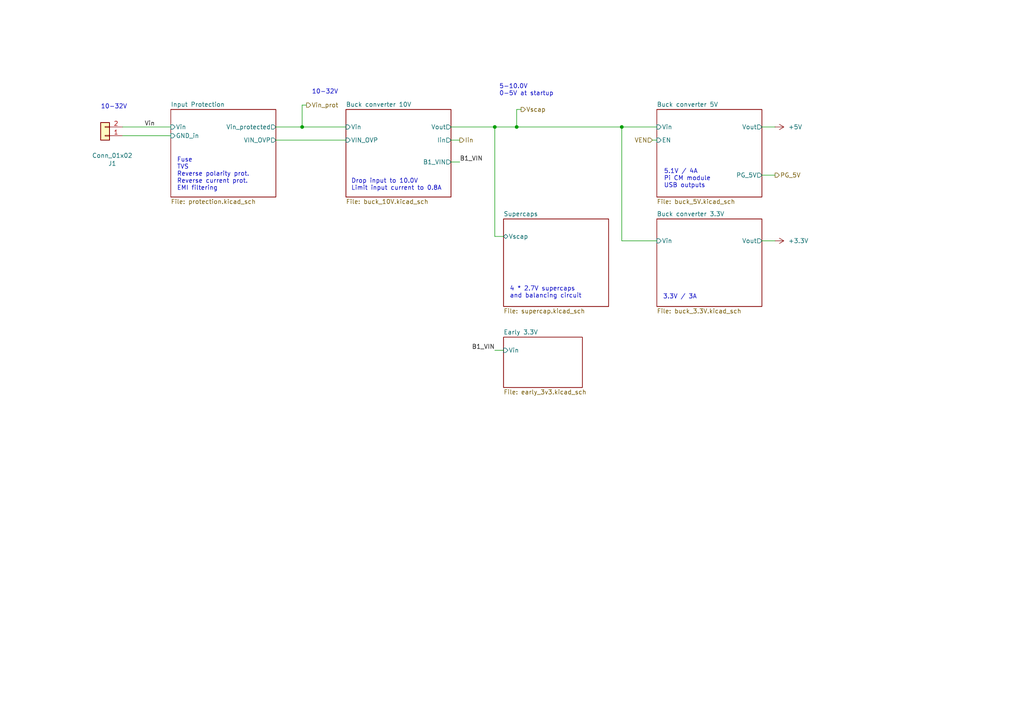
<source format=kicad_sch>
(kicad_sch (version 20250114) (generator "eeschema") (generator_version "9.0")
  (paper "A4")
  (title_block (title "HALPI2") (date "2025-03-27") (rev "v0.2.0") (company "Hat Labs Oy") (comment 1 "https://ohwr.org/cern_ohl_s_v2.pdf") (comment 2 "To view a copy of this license, visit ") (comment 3 "HALPI2 is licensed under CERN-OHL-S v2."))
  (lib_symbols
    (symbol "Connector_Generic:Conn_01x02" (pin_names (offset 1.016) (hide yes))
      (property "Reference" "J" (at 0 2.54 0))
      (property "Value" "Conn_01x02" (at 0 -5.08 0))
      (symbol "Conn_01x02_1_1"
        (rectangle (start -1.27 1.27) (end 1.27 -3.81) (stroke (width 0.254)) (fill (type background)))
        (rectangle (start -1.27 0.127) (end 0 -0.127) (stroke (width 0.1524)))
        (rectangle (start -1.27 -2.413) (end 0 -2.667) (stroke (width 0.1524)))
        (pin passive line (at -5.08 0 0) (length 3.81) (name "Pin_1") (number "1"))
        (pin passive line (at -5.08 -2.54 0) (length 3.81) (name "Pin_2") (number "2"))
      )
    )
    (symbol "power:+3.3V" (power) (pin_numbers (hide yes)) (pin_names (offset 0) (hide yes))
      (property "Value" "+3.3V" (at 0 3.556 0))
      (symbol "+3.3V_0_1"
        (polyline (pts (xy -0.762 1.27) (xy 0 2.54)))
        (polyline (pts (xy 0 2.54) (xy 0.762 1.27)))
        (polyline (pts (xy 0 0) (xy 0 2.54)))
      )
      (symbol "+3.3V_1_1"
        (pin power_in line (at 0 0 90) (length 0) (name "~") (number "1"))
      )
    )
    (symbol "power:+5V" (power) (pin_numbers (hide yes)) (pin_names (offset 0) (hide yes))
      (property "Value" "+5V" (at 0 3.556 0))
      (symbol "+5V_0_1"
        (polyline (pts (xy -0.762 1.27) (xy 0 2.54)))
        (polyline (pts (xy 0 2.54) (xy 0.762 1.27)))
        (polyline (pts (xy 0 0) (xy 0 2.54)))
      )
      (symbol "+5V_1_1"
        (pin power_in line (at 0 0 90) (length 0) (name "~") (number "1"))
      )
    )
  )
  (text "10-32V" (at 90.424 27.432 0) (effects (font (size 1.27 1.27)) (justify left bottom)))
  (text "10-32V" (at 29.21 31.75 0) (effects (font (size 1.27 1.27)) (justify left bottom)))
  (text "3.3V / 3A" (at 192.278 86.868 0) (effects (font (size 1.27 1.27)) (justify left bottom)))
  (text "4 * 2.7V supercaps\nand balancing circuit" (at 147.828 86.614 0) (effects (font (size 1.27 1.27)) (justify left bottom)))
  (text "5-10.0V\n0-5V at startup" (at 144.78 27.94 0) (effects (font (size 1.27 1.27)) (justify left bottom)))
  (text "5.1V / 4A\nPi CM module\nUSB outputs" (at 192.532 54.61 0) (effects (font (size 1.27 1.27)) (justify left bottom)))
  (text "Fuse\nTVS\nReverse polarity prot.\nReverse current prot.\nEMI filtering" (at 51.308 55.372 0) (effects (font (size 1.27 1.27)) (justify left bottom)))
  (text "Drop input to 10.0V\nLimit input current to 0.8A" (at 101.854 55.372 0) (effects (font (size 1.27 1.27)) (justify left bottom)))
  (junction (at 143.51 36.83))
  (junction (at 180.34 36.83))
  (junction (at 87.63 36.83))
  (junction (at 149.86 36.83))
  (wire (pts (xy 149.86 36.83) (xy 180.34 36.83)))
  (wire (pts (xy 190.5 69.85) (xy 180.34 69.85)))
  (wire (pts (xy 220.98 36.83) (xy 224.79 36.83)))
  (wire (pts (xy 130.81 36.83) (xy 143.51 36.83)))
  (wire (pts (xy 87.63 36.83) (xy 100.33 36.83)))
  (wire (pts (xy 87.63 30.48) (xy 87.63 36.83)))
  (wire (pts (xy 189.23 40.64) (xy 190.5 40.64)))
  (wire (pts (xy 149.86 31.75) (xy 149.86 36.83)))
  (wire (pts (xy 146.05 68.58) (xy 143.51 68.58)))
  (wire (pts (xy 143.51 36.83) (xy 149.86 36.83)))
  (wire (pts (xy 35.56 36.83) (xy 49.53 36.83)))
  (wire (pts (xy 180.34 69.85) (xy 180.34 36.83)))
  (wire (pts (xy 220.98 69.85) (xy 224.79 69.85)))
  (wire (pts (xy 80.01 40.64) (xy 100.33 40.64)))
  (wire (pts (xy 143.51 36.83) (xy 143.51 68.58)))
  (wire (pts (xy 130.81 40.64) (xy 133.35 40.64)))
  (wire (pts (xy 80.01 36.83) (xy 87.63 36.83)))
  (wire (pts (xy 149.86 31.75) (xy 151.13 31.75)))
  (wire (pts (xy 143.51 101.6) (xy 146.05 101.6)))
  (wire (pts (xy 35.56 39.37) (xy 49.53 39.37)))
  (wire (pts (xy 87.63 30.48) (xy 88.9 30.48)))
  (wire (pts (xy 224.79 50.8) (xy 220.98 50.8)))
  (wire (pts (xy 133.35 46.99) (xy 130.81 46.99)))
  (wire (pts (xy 180.34 36.83) (xy 190.5 36.83)))
  (label "B1_VIN" (at 143.51 101.6 180))
  (label "Vin" (at 41.91 36.83 0))
  (label "B1_VIN" (at 133.35 46.99 0))
  (hierarchical_label "PG_5V" (shape output) (at 224.79 50.8 0))
  (hierarchical_label "Iin" (shape output) (at 133.35 40.64 0))
  (hierarchical_label "Vin_prot" (shape output) (at 88.9 30.48 0))
  (hierarchical_label "VEN" (shape input) (at 189.23 40.64 180))
  (hierarchical_label "Vscap" (shape output) (at 151.13 31.75 0))
  (symbol (lib_id "power:+5V") (at 224.79 36.83 270) (unit 1)
    (property "Reference" "#PWR01" (effects (hide yes)))
    (property "Value" "+5V" (at 228.6 36.83 90) (effects (justify left)))
    (property "Description" "Power symbol creates a global label with name \"+5V\"" (effects (hide yes)))
  )
  (symbol (lib_id "Connector_Generic:Conn_01x02") (at 30.48 39.37 180) (unit 1)
    (property "Reference" "J1" (at 32.5628 47.4218 0))
    (property "Value" "Conn_01x02" (at 32.5628 45.1104 0))
    (property "Footprint" "Connector_Phoenix_MC:PhoenixContact_MCV_1,5_2-G-3.81_1x02_P3.81mm_Vertical" (effects (hide yes)))
    (property "Description" "Generic connector, single row, 01x02, script generated (kicad-library-utils/schlib/autogen/connector/)" (effects (hide yes)))
    (property "LCSC" "C8396" (effects (hide yes)))
    (property "JLCPCB_CORRECTION" "1.905;0;180" (effects (hide yes)))
  )
  (symbol (lib_id "power:+3.3V") (at 224.79 69.85 270) (unit 1)
    (property "Reference" "#PWR02" (effects (hide yes)))
    (property "Value" "+3.3V" (at 228.6 69.8499 90) (effects (justify left)))
    (property "Description" "Power symbol creates a global label with name \"+3.3V\"" (effects (hide yes)))
  )
  (sheet (at 146.05 63.5) (size 30.48 25.4) (stroke (width 0.1524))
    (property "Sheetname" "Supercaps" (at 146.05 62.7884 0) (effects (justify left bottom)))
    (property "Sheetfile" "supercap.kicad_sch" (at 146.05 89.4846 0) (effects (justify left top)))
    (pin "Vscap" bidirectional (at 146.05 68.58 180))
  )
  (sheet (at 190.5 31.75) (size 30.48 25.4) (stroke (width 0.1524))
    (property "Sheetname" "Buck converter 5V" (at 190.5 31.0384 0) (effects (justify left bottom)))
    (property "Sheetfile" "buck_5V.kicad_sch" (at 190.5 57.7346 0) (effects (justify left top)))
    (pin "Vout" output (at 220.98 36.83 0))
    (pin "Vin" input (at 190.5 36.83 180))
    (pin "EN" input (at 190.5 40.64 180))
    (pin "PG_5V" output (at 220.98 50.8 0))
  )
  (sheet (at 146.05 97.79) (size 22.86 14.605) (stroke (width 0.1524))
    (property "Sheetname" "Early 3.3V" (at 146.05 97.0784 0) (effects (justify left bottom)))
    (property "Sheetfile" "early_3v3.kicad_sch" (at 146.05 112.9796 0) (effects (justify left top)))
    (pin "Vin" input (at 146.05 101.6 180))
  )
  (sheet (at 100.33 31.75) (size 30.48 25.4) (stroke (width 0.1524))
    (property "Sheetname" "Buck converter 10V" (at 100.33 31.0384 0) (effects (justify left bottom)))
    (property "Sheetfile" "buck_10V.kicad_sch" (at 100.33 57.7346 0) (effects (justify left top)))
    (pin "Vin" input (at 100.33 36.83 180))
    (pin "Iin" output (at 130.81 40.64 0))
    (pin "Vout" output (at 130.81 36.83 0))
    (pin "B1_VIN" output (at 130.81 46.99 0))
    (pin "VIN_OVP" input (at 100.33 40.64 180))
  )
  (sheet (at 49.53 31.75) (size 30.48 25.4) (stroke (width 0.1524))
    (property "Sheetname" "Input Protection" (at 49.53 31.0384 0) (effects (justify left bottom)))
    (property "Sheetfile" "protection.kicad_sch" (at 49.53 57.7346 0) (effects (justify left top)))
    (pin "Vin_protected" output (at 80.01 36.83 0))
    (pin "Vin" input (at 49.53 36.83 180))
    (pin "GND_in" input (at 49.53 39.37 180))
    (pin "VIN_OVP" output (at 80.01 40.64 0))
  )
  (sheet (at 190.5 63.5) (size 30.48 25.4) (stroke (width 0.1524))
    (property "Sheetname" "Buck converter 3.3V" (at 190.5 62.7884 0) (effects (justify left bottom)))
    (property "Sheetfile" "buck_3.3V.kicad_sch" (at 190.5 89.4846 0) (effects (justify left top)))
    (pin "Vin" input (at 190.5 69.85 180))
    (pin "Vout" output (at 220.98 69.85 0))
  )
)
</source>
